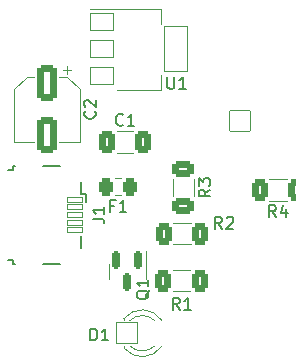
<source format=gto>
%TF.GenerationSoftware,KiCad,Pcbnew,(6.0.7)*%
%TF.CreationDate,2022-09-15T17:21:33-05:00*%
%TF.ProjectId,starlightremote,73746172-6c69-4676-9874-72656d6f7465,rev?*%
%TF.SameCoordinates,Original*%
%TF.FileFunction,Legend,Top*%
%TF.FilePolarity,Positive*%
%FSLAX46Y46*%
G04 Gerber Fmt 4.6, Leading zero omitted, Abs format (unit mm)*
G04 Created by KiCad (PCBNEW (6.0.7)) date 2022-09-15 17:21:33*
%MOMM*%
%LPD*%
G01*
G04 APERTURE LIST*
G04 Aperture macros list*
%AMRoundRect*
0 Rectangle with rounded corners*
0 $1 Rounding radius*
0 $2 $3 $4 $5 $6 $7 $8 $9 X,Y pos of 4 corners*
0 Add a 4 corners polygon primitive as box body*
4,1,4,$2,$3,$4,$5,$6,$7,$8,$9,$2,$3,0*
0 Add four circle primitives for the rounded corners*
1,1,$1+$1,$2,$3*
1,1,$1+$1,$4,$5*
1,1,$1+$1,$6,$7*
1,1,$1+$1,$8,$9*
0 Add four rect primitives between the rounded corners*
20,1,$1+$1,$2,$3,$4,$5,0*
20,1,$1+$1,$4,$5,$6,$7,0*
20,1,$1+$1,$6,$7,$8,$9,0*
20,1,$1+$1,$8,$9,$2,$3,0*%
G04 Aperture macros list end*
%ADD10C,0.150000*%
%ADD11C,0.120000*%
%ADD12RoundRect,0.301000X-0.412500X-0.650000X0.412500X-0.650000X0.412500X0.650000X-0.412500X0.650000X0*%
%ADD13RoundRect,0.301000X-0.550000X1.250000X-0.550000X-1.250000X0.550000X-1.250000X0.550000X1.250000X0*%
%ADD14RoundRect,0.051000X-0.900000X-0.900000X0.900000X-0.900000X0.900000X0.900000X-0.900000X0.900000X0*%
%ADD15C,1.902000*%
%ADD16RoundRect,0.301000X0.325000X0.450000X-0.325000X0.450000X-0.325000X-0.450000X0.325000X-0.450000X0*%
%ADD17O,0.902000X0.902000*%
%ADD18RoundRect,0.051000X-0.650000X0.225000X-0.650000X-0.225000X0.650000X-0.225000X0.650000X0.225000X0*%
%ADD19O,2.102000X1.552000*%
%ADD20O,1.902000X1.252000*%
%ADD21RoundRect,0.201000X-0.150000X0.587500X-0.150000X-0.587500X0.150000X-0.587500X0.150000X0.587500X0*%
%ADD22RoundRect,0.301000X-0.400000X-0.625000X0.400000X-0.625000X0.400000X0.625000X-0.400000X0.625000X0*%
%ADD23RoundRect,0.301000X-0.625000X0.400000X-0.625000X-0.400000X0.625000X-0.400000X0.625000X0.400000X0*%
%ADD24RoundRect,0.051000X-1.000000X-0.750000X1.000000X-0.750000X1.000000X0.750000X-1.000000X0.750000X0*%
%ADD25RoundRect,0.051000X-1.000000X-1.900000X1.000000X-1.900000X1.000000X1.900000X-1.000000X1.900000X0*%
%ADD26C,4.502000*%
%ADD27RoundRect,0.301000X0.400000X0.625000X-0.400000X0.625000X-0.400000X-0.625000X0.400000X-0.625000X0*%
%ADD28RoundRect,0.051000X-0.863600X0.863600X-0.863600X-0.863600X0.863600X-0.863600X0.863600X0.863600X0*%
%ADD29O,1.829200X1.829200*%
G04 APERTURE END LIST*
D10*
X99655333Y-82835142D02*
X99607714Y-82882761D01*
X99464857Y-82930380D01*
X99369619Y-82930380D01*
X99226761Y-82882761D01*
X99131523Y-82787523D01*
X99083904Y-82692285D01*
X99036285Y-82501809D01*
X99036285Y-82358952D01*
X99083904Y-82168476D01*
X99131523Y-82073238D01*
X99226761Y-81978000D01*
X99369619Y-81930380D01*
X99464857Y-81930380D01*
X99607714Y-81978000D01*
X99655333Y-82025619D01*
X100607714Y-82930380D02*
X100036285Y-82930380D01*
X100322000Y-82930380D02*
X100322000Y-81930380D01*
X100226761Y-82073238D01*
X100131523Y-82168476D01*
X100036285Y-82216095D01*
X97275142Y-81700666D02*
X97322761Y-81748285D01*
X97370380Y-81891142D01*
X97370380Y-81986380D01*
X97322761Y-82129238D01*
X97227523Y-82224476D01*
X97132285Y-82272095D01*
X96941809Y-82319714D01*
X96798952Y-82319714D01*
X96608476Y-82272095D01*
X96513238Y-82224476D01*
X96418000Y-82129238D01*
X96370380Y-81986380D01*
X96370380Y-81891142D01*
X96418000Y-81748285D01*
X96465619Y-81700666D01*
X96465619Y-81319714D02*
X96418000Y-81272095D01*
X96370380Y-81176857D01*
X96370380Y-80938761D01*
X96418000Y-80843523D01*
X96465619Y-80795904D01*
X96560857Y-80748285D01*
X96656095Y-80748285D01*
X96798952Y-80795904D01*
X97370380Y-81367333D01*
X97370380Y-80748285D01*
X96893154Y-101111130D02*
X96893154Y-100111130D01*
X97131250Y-100111130D01*
X97274107Y-100158750D01*
X97369345Y-100253988D01*
X97416964Y-100349226D01*
X97464583Y-100539702D01*
X97464583Y-100682559D01*
X97416964Y-100873035D01*
X97369345Y-100968273D01*
X97274107Y-101063511D01*
X97131250Y-101111130D01*
X96893154Y-101111130D01*
X98416964Y-101111130D02*
X97845535Y-101111130D01*
X98131250Y-101111130D02*
X98131250Y-100111130D01*
X98036011Y-100253988D01*
X97940773Y-100349226D01*
X97845535Y-100396845D01*
X98885416Y-89684821D02*
X98552083Y-89684821D01*
X98552083Y-90208630D02*
X98552083Y-89208630D01*
X99028273Y-89208630D01*
X99933035Y-90208630D02*
X99361607Y-90208630D01*
X99647321Y-90208630D02*
X99647321Y-89208630D01*
X99552083Y-89351488D01*
X99456845Y-89446726D01*
X99361607Y-89494345D01*
X97083630Y-90820833D02*
X97797916Y-90820833D01*
X97940773Y-90868452D01*
X98036011Y-90963690D01*
X98083630Y-91106547D01*
X98083630Y-91201785D01*
X98083630Y-89820833D02*
X98083630Y-90392261D01*
X98083630Y-90106547D02*
X97083630Y-90106547D01*
X97226488Y-90201785D01*
X97321726Y-90297023D01*
X97369345Y-90392261D01*
X101893619Y-96869238D02*
X101846000Y-96964476D01*
X101750761Y-97059714D01*
X101607904Y-97202571D01*
X101560285Y-97297809D01*
X101560285Y-97393047D01*
X101798380Y-97345428D02*
X101750761Y-97440666D01*
X101655523Y-97535904D01*
X101465047Y-97583523D01*
X101131714Y-97583523D01*
X100941238Y-97535904D01*
X100846000Y-97440666D01*
X100798380Y-97345428D01*
X100798380Y-97154952D01*
X100846000Y-97059714D01*
X100941238Y-96964476D01*
X101131714Y-96916857D01*
X101465047Y-96916857D01*
X101655523Y-96964476D01*
X101750761Y-97059714D01*
X101798380Y-97154952D01*
X101798380Y-97345428D01*
X101798380Y-95964476D02*
X101798380Y-96535904D01*
X101798380Y-96250190D02*
X100798380Y-96250190D01*
X100941238Y-96345428D01*
X101036476Y-96440666D01*
X101084095Y-96535904D01*
X104455333Y-98496380D02*
X104122000Y-98020190D01*
X103883904Y-98496380D02*
X103883904Y-97496380D01*
X104264857Y-97496380D01*
X104360095Y-97544000D01*
X104407714Y-97591619D01*
X104455333Y-97686857D01*
X104455333Y-97829714D01*
X104407714Y-97924952D01*
X104360095Y-97972571D01*
X104264857Y-98020190D01*
X103883904Y-98020190D01*
X105407714Y-98496380D02*
X104836285Y-98496380D01*
X105122000Y-98496380D02*
X105122000Y-97496380D01*
X105026761Y-97639238D01*
X104931523Y-97734476D01*
X104836285Y-97782095D01*
X108037333Y-91638380D02*
X107704000Y-91162190D01*
X107465904Y-91638380D02*
X107465904Y-90638380D01*
X107846857Y-90638380D01*
X107942095Y-90686000D01*
X107989714Y-90733619D01*
X108037333Y-90828857D01*
X108037333Y-90971714D01*
X107989714Y-91066952D01*
X107942095Y-91114571D01*
X107846857Y-91162190D01*
X107465904Y-91162190D01*
X108418285Y-90733619D02*
X108465904Y-90686000D01*
X108561142Y-90638380D01*
X108799238Y-90638380D01*
X108894476Y-90686000D01*
X108942095Y-90733619D01*
X108989714Y-90828857D01*
X108989714Y-90924095D01*
X108942095Y-91066952D01*
X108370666Y-91638380D01*
X108989714Y-91638380D01*
X107047380Y-88330666D02*
X106571190Y-88664000D01*
X107047380Y-88902095D02*
X106047380Y-88902095D01*
X106047380Y-88521142D01*
X106095000Y-88425904D01*
X106142619Y-88378285D01*
X106237857Y-88330666D01*
X106380714Y-88330666D01*
X106475952Y-88378285D01*
X106523571Y-88425904D01*
X106571190Y-88521142D01*
X106571190Y-88902095D01*
X106047380Y-87997333D02*
X106047380Y-87378285D01*
X106428333Y-87711619D01*
X106428333Y-87568761D01*
X106475952Y-87473523D01*
X106523571Y-87425904D01*
X106618809Y-87378285D01*
X106856904Y-87378285D01*
X106952142Y-87425904D01*
X106999761Y-87473523D01*
X107047380Y-87568761D01*
X107047380Y-87854476D01*
X106999761Y-87949714D01*
X106952142Y-87997333D01*
X103415595Y-78813880D02*
X103415595Y-79623404D01*
X103463214Y-79718642D01*
X103510833Y-79766261D01*
X103606071Y-79813880D01*
X103796547Y-79813880D01*
X103891785Y-79766261D01*
X103939404Y-79718642D01*
X103987023Y-79623404D01*
X103987023Y-78813880D01*
X104987023Y-79813880D02*
X104415595Y-79813880D01*
X104701309Y-79813880D02*
X104701309Y-78813880D01*
X104606071Y-78956738D01*
X104510833Y-79051976D01*
X104415595Y-79099595D01*
X112609333Y-90664380D02*
X112276000Y-90188190D01*
X112037904Y-90664380D02*
X112037904Y-89664380D01*
X112418857Y-89664380D01*
X112514095Y-89712000D01*
X112561714Y-89759619D01*
X112609333Y-89854857D01*
X112609333Y-89997714D01*
X112561714Y-90092952D01*
X112514095Y-90140571D01*
X112418857Y-90188190D01*
X112037904Y-90188190D01*
X113466476Y-89997714D02*
X113466476Y-90664380D01*
X113228380Y-89616761D02*
X112990285Y-90331047D01*
X113609333Y-90331047D01*
D11*
X99110748Y-85238000D02*
X100533252Y-85238000D01*
X99110748Y-83418000D02*
X100533252Y-83418000D01*
X94903000Y-77909000D02*
X94903000Y-78534000D01*
X95978000Y-79838437D02*
X95978000Y-84294000D01*
X91522437Y-78774000D02*
X92158000Y-78774000D01*
X95978000Y-84294000D02*
X94278000Y-84294000D01*
X90458000Y-79838437D02*
X90458000Y-84294000D01*
X90458000Y-84294000D02*
X92158000Y-84294000D01*
X94913563Y-78774000D02*
X95978000Y-79838437D01*
X94913563Y-78774000D02*
X94278000Y-78774000D01*
X95215500Y-78221500D02*
X94590500Y-78221500D01*
X91522437Y-78774000D02*
X90458000Y-79838437D01*
X99722500Y-101580000D02*
X99722500Y-101736000D01*
X99722500Y-99264000D02*
X99722500Y-99420000D01*
X102954835Y-99421392D02*
G75*
G03*
X99722500Y-99264484I-1672335J-1078608D01*
G01*
X99722500Y-101735516D02*
G75*
G03*
X102954835Y-101578608I1560000J1235516D01*
G01*
X100241539Y-101580000D02*
G75*
G03*
X102323630Y-101579837I1040961J1080000D01*
G01*
X102323630Y-99420163D02*
G75*
G03*
X100241539Y-99420000I-1041130J-1079837D01*
G01*
X99480002Y-87396250D02*
X98957498Y-87396250D01*
X99480002Y-88816250D02*
X98957498Y-88816250D01*
D10*
X94312500Y-86337500D02*
X92912500Y-86337500D01*
X90512500Y-86337500D02*
X90362500Y-86337500D01*
X90362500Y-94637500D02*
X90512500Y-94637500D01*
X90362500Y-86337500D02*
X90362500Y-86637500D01*
X90362500Y-86637500D02*
X89912500Y-86637500D01*
X96062500Y-92287500D02*
X96062500Y-93287500D01*
X92912500Y-94637500D02*
X94312500Y-94637500D01*
X96487500Y-88687500D02*
X96062500Y-88687500D01*
X96062500Y-88687500D02*
X96062500Y-87687500D01*
X89912500Y-94337500D02*
X90362500Y-94337500D01*
X96487500Y-89412500D02*
X96487500Y-88687500D01*
X90362500Y-94337500D02*
X90362500Y-94637500D01*
D11*
X101572500Y-95250000D02*
X101572500Y-93575000D01*
X101572500Y-95250000D02*
X101572500Y-95900000D01*
X98452500Y-95250000D02*
X98452500Y-94600000D01*
X98452500Y-95250000D02*
X98452500Y-95900000D01*
X103894936Y-95133750D02*
X105349064Y-95133750D01*
X103894936Y-96953750D02*
X105349064Y-96953750D01*
X103920936Y-91165000D02*
X105375064Y-91165000D01*
X103920936Y-92985000D02*
X105375064Y-92985000D01*
X103865000Y-87436936D02*
X103865000Y-88891064D01*
X105685000Y-87436936D02*
X105685000Y-88891064D01*
X102900000Y-79864000D02*
X102900000Y-78604000D01*
X99140000Y-79864000D02*
X102900000Y-79864000D01*
X102900000Y-73044000D02*
X102900000Y-74304000D01*
X96890000Y-73044000D02*
X102900000Y-73044000D01*
X113503064Y-89302000D02*
X112048936Y-89302000D01*
X113503064Y-87482000D02*
X112048936Y-87482000D01*
%LPC*%
D12*
X98259500Y-84328000D03*
X101384500Y-84328000D03*
D13*
X93218000Y-79334000D03*
X93218000Y-83734000D03*
D14*
X100012500Y-100500000D03*
D15*
X102552500Y-100500000D03*
D16*
X100243750Y-88106250D03*
X98193750Y-88106250D03*
D17*
X94462500Y-87987500D03*
X94462500Y-92987500D03*
D18*
X95562500Y-89187500D03*
X95562500Y-89837500D03*
X95562500Y-90487500D03*
X95562500Y-91137500D03*
X95562500Y-91787500D03*
D19*
X95512500Y-94212500D03*
D20*
X91712500Y-94362500D03*
D19*
X95512500Y-86762500D03*
D20*
X91712500Y-86612500D03*
D21*
X100962500Y-94312500D03*
X99062500Y-94312500D03*
X100012500Y-96187500D03*
D22*
X103072000Y-96043750D03*
X106172000Y-96043750D03*
X103098000Y-92075000D03*
X106198000Y-92075000D03*
D23*
X104775000Y-86614000D03*
X104775000Y-89714000D03*
D24*
X97840000Y-74154000D03*
X97840000Y-76454000D03*
D25*
X104140000Y-76454000D03*
D24*
X97840000Y-78754000D03*
D26*
X92868750Y-100012500D03*
X92841250Y-74993500D03*
X123003750Y-74993500D03*
X123031250Y-100012500D03*
D27*
X114326000Y-88392000D03*
X111226000Y-88392000D03*
D28*
X109537500Y-82550000D03*
D29*
X109537500Y-85090000D03*
X112077500Y-82550000D03*
X112077500Y-85090000D03*
X114617500Y-82550000D03*
X114617500Y-85090000D03*
X117157500Y-82550000D03*
X117157500Y-85090000D03*
M02*

</source>
